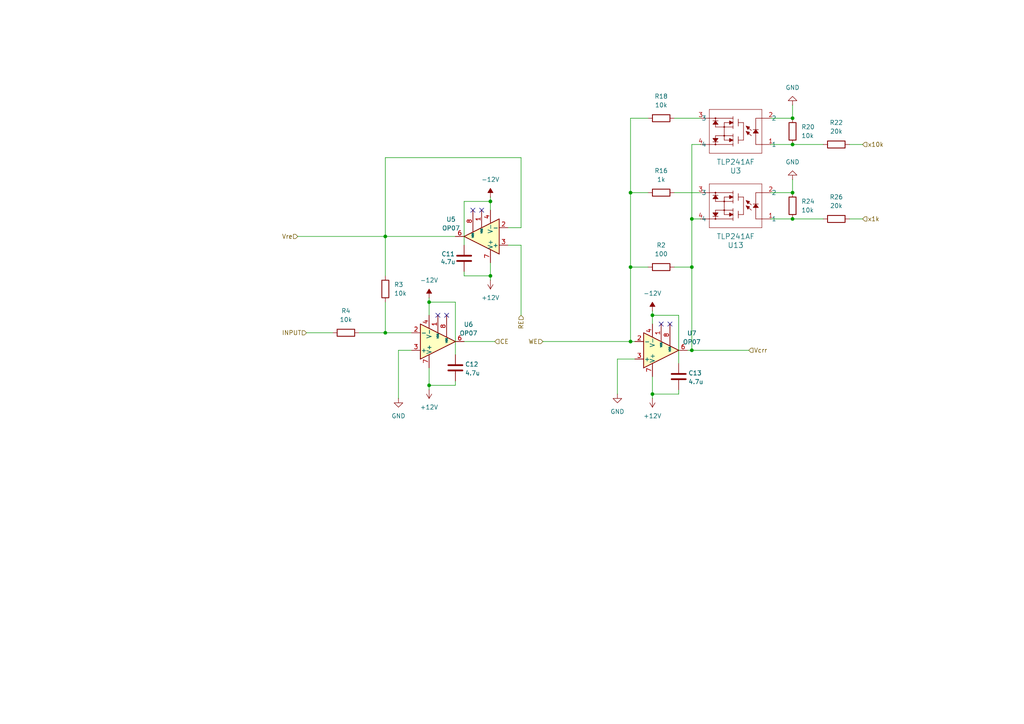
<source format=kicad_sch>
(kicad_sch (version 20250114) (generator "eeschema") (generator_version "9.0")
  (paper "A4")
  (lib_symbols
    (symbol "2025-06-01_06-39-10:TLP241AF" (pin_names (offset 0.254))
      (property "Reference" "U" (at 0 0 0))
      (property "Value" "TLP241AF" (at 0 0 0))
      (symbol "TLP241AF_0_1"
        (polyline (pts (xy -2.54 -2.54) (xy 0 -2.54)))
        (polyline (pts (xy -2.54 -10.16) (xy 0 -10.16)))
        (polyline (pts (xy 0 0) (xy 15.24 0)) (stroke (width 0.127)))
        (polyline (pts (xy 0 -12.7) (xy 0 0)) (stroke (width 0.127)))
        (polyline (pts (xy 1.016 -5.842) (xy 1.016 -5.842) (xy 2.54 -5.842) (xy 1.778 -6.858) (xy 1.016 -5.842)) (fill (type outline)))
        (polyline (pts (xy 1.016 -6.858) (xy 2.54 -6.858)))
        (polyline (pts (xy 1.778 -2.54) (xy 0 -2.54)))
        (polyline (pts (xy 1.778 -2.54) (xy 1.778 -5.842)))
        (polyline (pts (xy 1.778 -10.16) (xy 0 -10.16)))
        (polyline (pts (xy 1.778 -10.16) (xy 1.778 -6.858)))
        (polyline (pts (xy 4.572 -6.35) (xy 3.048 -5.08)))
        (polyline (pts (xy 4.572 -6.35) (xy 4.572 -6.35) (xy 4.064 -5.334) (xy 3.556 -6.096) (xy 4.572 -6.35)) (fill (type outline)))
        (polyline (pts (xy 4.572 -7.874) (xy 3.048 -6.604)))
        (polyline (pts (xy 4.572 -7.874) (xy 4.572 -7.874) (xy 4.064 -6.858) (xy 3.556 -7.62) (xy 4.572 -7.874)) (fill (type outline)))
        (polyline (pts (xy 5.334 -3.81) (xy 5.334 -8.89)))
        (polyline (pts (xy 6.858 -2.794) (xy 6.858 -4.826)))
        (polyline (pts (xy 6.858 -3.81) (xy 5.334 -3.81)))
        (polyline (pts (xy 6.858 -7.874) (xy 6.858 -9.906)))
        (polyline (pts (xy 6.858 -8.89) (xy 5.334 -8.89)))
        (polyline (pts (xy 8.382 -2.032) (xy 8.382 -3.048)))
        (polyline (pts (xy 8.382 -2.54) (xy 15.24 -2.54)))
        (polyline (pts (xy 8.382 -3.302) (xy 8.382 -4.318)))
        (polyline (pts (xy 8.382 -3.81) (xy 8.382 -3.81) (xy 9.398 -3.302) (xy 9.398 -4.318) (xy 8.382 -3.81)) (fill (type outline)))
        (polyline (pts (xy 8.382 -4.572) (xy 8.382 -5.588)))
        (polyline (pts (xy 8.382 -5.08) (xy 13.462 -5.08)))
        (polyline (pts (xy 8.382 -7.112) (xy 8.382 -8.128)))
        (polyline (pts (xy 8.382 -7.62) (xy 13.462 -7.62)))
        (polyline (pts (xy 8.382 -8.382) (xy 8.382 -9.398)))
        (polyline (pts (xy 8.382 -8.89) (xy 8.382 -8.89) (xy 9.398 -8.382) (xy 9.398 -9.398) (xy 8.382 -8.89)) (fill (type outline)))
        (polyline (pts (xy 8.382 -9.652) (xy 8.382 -10.668)))
        (polyline (pts (xy 8.382 -10.16) (xy 15.24 -10.16)))
        (polyline (pts (xy 9.398 -3.81) (xy 10.922 -3.81)))
        (polyline (pts (xy 9.398 -8.89) (xy 10.922 -8.89)))
        (polyline (pts (xy 10.922 -3.81) (xy 10.922 -8.89)))
        (circle (center 10.922 -5.08) (radius 0.127) (stroke (width 0.254)))
        (circle (center 10.922 -7.62) (radius 0.127) (stroke (width 0.254)))
        (polyline (pts (xy 12.7 -3.302) (xy 14.224 -3.302)))
        (polyline (pts (xy 12.7 -8.382) (xy 12.7 -8.382) (xy 14.224 -8.382) (xy 13.462 -9.398) (xy 12.7 -8.382)) (fill (type outline)))
        (polyline (pts (xy 12.7 -9.398) (xy 14.224 -9.398)))
        (polyline (pts (xy 13.462 -2.54) (xy 13.462 -3.302)))
        (circle (center 13.462 -2.54) (radius 0.127) (stroke (width 0.254)))
        (polyline (pts (xy 13.462 -3.302) (xy 13.462 -3.302) (xy 12.7 -4.318) (xy 14.224 -4.318) (xy 13.462 -3.302)) (fill (type outline)))
        (polyline (pts (xy 13.462 -4.318) (xy 13.462 -5.08)))
        (polyline (pts (xy 13.462 -7.62) (xy 13.462 -8.382)))
        (polyline (pts (xy 13.462 -9.398) (xy 13.462 -10.16)))
        (circle (center 13.462 -10.16) (radius 0.127) (stroke (width 0.254)))
        (polyline (pts (xy 15.24 0) (xy 15.24 -12.7)) (stroke (width 0.127)))
        (polyline (pts (xy 15.24 -12.7) (xy 0 -12.7)) (stroke (width 0.127)))
        (polyline (pts (xy 17.78 -2.54) (xy 15.24 -2.54)))
        (polyline (pts (xy 17.78 -10.16) (xy 15.24 -10.16)))
        (pin unspecified line (at -2.54 -2.54 180) (length 0.0254) (name "1") (number "1"))
        (pin unspecified line (at -2.54 -10.16 180) (length 0.0254) (name "2") (number "2"))
        (pin unspecified line (at 17.78 -2.54 180) (length 0.0254) (name "4") (number "4"))
        (pin unspecified line (at 17.78 -10.16 180) (length 0.0254) (name "3") (number "3"))
      )
    )
    (symbol "Amplifier_Operational:OP07" (pin_names (offset 0.127))
      (property "Reference" "U" (at 1.27 6.35 0))
      (property "Value" "OP07" (at 1.27 3.81 0))
      (symbol "OP07_0_1"
        (polyline (pts (xy -5.08 5.08) (xy 5.08 0) (xy -5.08 -5.08) (xy -5.08 5.08)) (stroke (width 0.254)) (fill (type background)))
      )
      (symbol "OP07_1_1"
        (pin input line (at -7.62 2.54 0) (length 2.54) (name "+") (number "3"))
        (pin input line (at -7.62 -2.54 0) (length 2.54) (name "-") (number "2"))
        (pin power_in line (at -2.54 7.62 270) (length 3.81) (name "V+") (number "7"))
        (pin power_in line (at -2.54 -7.62 90) (length 3.81) (name "V-") (number "4"))
        (pin no_connect line (at 0 2.54 270) (length 2.54) (hide yes) (name "NC") (number "5"))
        (pin input line (at 0 -7.62 90) (length 5.08) (name "VOS") (number "1"))
        (pin input line (at 2.54 -7.62 90) (length 6.35) (name "VOS") (number "8"))
        (pin output line (at 7.62 0 180) (length 2.54) (name "~") (number "6"))
      )
    )
    (symbol "Device:C" (pin_numbers (hide yes)) (pin_names (offset 0.254))
      (property "Reference" "C" (at 0.635 2.54 0))
      (property "Value" "C" (at 0.635 -2.54 0))
      (symbol "C_0_1"
        (polyline (pts (xy -2.032 0.762) (xy 2.032 0.762)) (stroke (width 0.508)))
        (polyline (pts (xy -2.032 -0.762) (xy 2.032 -0.762)) (stroke (width 0.508)))
      )
      (symbol "C_1_1"
        (pin passive line (at 0 3.81 270) (length 2.794) (name "~") (number "1"))
        (pin passive line (at 0 -3.81 90) (length 2.794) (name "~") (number "2"))
      )
    )
    (symbol "Device:R" (pin_numbers (hide yes)) (pin_names (offset 0))
      (property "Reference" "R" (at 2.032 0 90))
      (property "Value" "R" (at 0 0 90))
      (symbol "R_0_1"
        (rectangle (start -1.016 -2.54) (end 1.016 2.54) (stroke (width 0.254)))
      )
      (symbol "R_1_1"
        (pin passive line (at 0 3.81 270) (length 1.27) (name "~") (number "1"))
        (pin passive line (at 0 -3.81 90) (length 1.27) (name "~") (number "2"))
      )
    )
    (symbol "GND_1" (power) (pin_numbers (hide yes)) (pin_names (offset 0) (hide yes))
      (property "Value" "GND" (at 0 -3.81 0))
      (symbol "GND_1_0_1"
        (polyline (pts (xy 0 0) (xy 0 -1.27) (xy 1.27 -1.27) (xy 0 -2.54) (xy -1.27 -1.27) (xy 0 -1.27)))
      )
      (symbol "GND_1_1_1"
        (pin power_in line (at 0 0 270) (length 0) (name "~") (number "1"))
      )
    )
    (symbol "power:+12V" (power) (pin_numbers (hide yes)) (pin_names (offset 0) (hide yes))
      (property "Value" "+12V" (at 0 3.556 0))
      (symbol "+12V_0_1"
        (polyline (pts (xy -0.762 1.27) (xy 0 2.54)))
        (polyline (pts (xy 0 2.54) (xy 0.762 1.27)))
        (polyline (pts (xy 0 0) (xy 0 2.54)))
      )
      (symbol "+12V_1_1"
        (pin power_in line (at 0 0 90) (length 0) (name "~") (number "1"))
      )
    )
    (symbol "power:-12V" (power) (pin_numbers (hide yes)) (pin_names (offset 0) (hide yes))
      (property "Value" "-12V" (at 0 3.556 0))
      (symbol "-12V_0_0"
        (pin power_in line (at 0 0 90) (length 0) (name "~") (number "1"))
      )
      (symbol "-12V_0_1"
        (polyline (pts (xy 0 0) (xy 0 1.27) (xy 0.762 1.27) (xy 0 2.54) (xy -0.762 1.27) (xy 0 1.27)) (fill (type outline)))
      )
    )
    (symbol "power:GNDA" (power) (pin_numbers (hide yes)) (pin_names (offset 0) (hide yes))
      (property "Value" "GNDA" (at 0 -3.81 0))
      (symbol "GNDA_0_1"
        (polyline (pts (xy 0 0) (xy 0 -1.27) (xy 1.27 -1.27) (xy 0 -2.54) (xy -1.27 -1.27) (xy 0 -1.27)))
      )
      (symbol "GNDA_1_1"
        (pin power_in line (at 0 0 270) (length 0) (name "~") (number "1"))
      )
    )
  )
  (junction (at 229.87 55.88))
  (junction (at 124.46 87.63))
  (junction (at 229.87 34.29))
  (junction (at 200.66 63.5))
  (junction (at 111.76 68.58))
  (junction (at 200.66 77.47))
  (junction (at 189.23 114.3))
  (junction (at 200.66 101.6))
  (junction (at 229.87 41.91))
  (junction (at 111.76 96.52))
  (junction (at 189.23 91.44))
  (junction (at 182.88 77.47))
  (junction (at 142.24 80.01))
  (junction (at 182.88 55.88))
  (junction (at 142.24 58.42))
  (junction (at 124.46 111.76))
  (junction (at 229.87 63.5))
  (junction (at 182.88 99.06))
  (no_connect (at 139.7 60.96))
  (no_connect (at 191.77 93.98))
  (no_connect (at 137.16 60.96))
  (no_connect (at 129.54 91.44))
  (no_connect (at 127 91.44))
  (no_connect (at 194.31 93.98))
  (wire (pts (xy 182.88 77.47) (xy 187.96 77.47)))
  (wire (pts (xy 132.08 87.63) (xy 132.08 102.87)))
  (wire (pts (xy 246.38 63.5) (xy 250.19 63.5)))
  (wire (pts (xy 189.23 91.44) (xy 189.23 93.98)))
  (wire (pts (xy 111.76 80.01) (xy 111.76 68.58)))
  (wire (pts (xy 196.85 91.44) (xy 196.85 105.41)))
  (wire (pts (xy 189.23 114.3) (xy 189.23 109.22)))
  (wire (pts (xy 124.46 87.63) (xy 124.46 91.44)))
  (wire (pts (xy 189.23 90.17) (xy 189.23 91.44)))
  (wire (pts (xy 111.76 68.58) (xy 132.08 68.58)))
  (wire (pts (xy 229.87 30.48) (xy 229.87 34.29)))
  (wire (pts (xy 111.76 68.58) (xy 111.76 45.72)))
  (wire (pts (xy 223.52 55.88) (xy 229.87 55.88)))
  (wire (pts (xy 151.13 66.04) (xy 147.32 66.04)))
  (wire (pts (xy 200.66 77.47) (xy 200.66 101.6)))
  (wire (pts (xy 196.85 113.03) (xy 196.85 114.3)))
  (wire (pts (xy 200.66 41.91) (xy 200.66 63.5)))
  (wire (pts (xy 111.76 96.52) (xy 111.76 87.63)))
  (wire (pts (xy 182.88 34.29) (xy 182.88 55.88)))
  (wire (pts (xy 199.39 101.6) (xy 200.66 101.6)))
  (wire (pts (xy 189.23 115.57) (xy 189.23 114.3)))
  (wire (pts (xy 142.24 80.01) (xy 142.24 76.2)))
  (wire (pts (xy 223.52 63.5) (xy 229.87 63.5)))
  (wire (pts (xy 142.24 58.42) (xy 142.24 60.96)))
  (wire (pts (xy 229.87 52.07) (xy 229.87 55.88)))
  (wire (pts (xy 115.57 101.6) (xy 115.57 115.57)))
  (wire (pts (xy 142.24 58.42) (xy 134.62 58.42)))
  (wire (pts (xy 111.76 45.72) (xy 151.13 45.72)))
  (wire (pts (xy 182.88 55.88) (xy 187.96 55.88)))
  (wire (pts (xy 132.08 110.49) (xy 132.08 111.76)))
  (wire (pts (xy 134.62 99.06) (xy 143.51 99.06)))
  (wire (pts (xy 119.38 101.6) (xy 115.57 101.6)))
  (wire (pts (xy 182.88 55.88) (xy 182.88 77.47)))
  (wire (pts (xy 151.13 71.12) (xy 151.13 91.44)))
  (wire (pts (xy 179.07 104.14) (xy 179.07 114.3)))
  (wire (pts (xy 223.52 34.29) (xy 229.87 34.29)))
  (wire (pts (xy 182.88 77.47) (xy 182.88 99.06)))
  (wire (pts (xy 104.14 96.52) (xy 111.76 96.52)))
  (wire (pts (xy 111.76 96.52) (xy 119.38 96.52)))
  (wire (pts (xy 124.46 111.76) (xy 132.08 111.76)))
  (wire (pts (xy 86.36 68.58) (xy 111.76 68.58)))
  (wire (pts (xy 142.24 57.15) (xy 142.24 58.42)))
  (wire (pts (xy 189.23 91.44) (xy 196.85 91.44)))
  (wire (pts (xy 142.24 80.01) (xy 142.24 81.28)))
  (wire (pts (xy 151.13 45.72) (xy 151.13 66.04)))
  (wire (pts (xy 124.46 111.76) (xy 124.46 113.03)))
  (wire (pts (xy 229.87 63.5) (xy 238.76 63.5)))
  (wire (pts (xy 124.46 86.36) (xy 124.46 87.63)))
  (wire (pts (xy 182.88 99.06) (xy 184.15 99.06)))
  (wire (pts (xy 134.62 58.42) (xy 134.62 71.12)))
  (wire (pts (xy 124.46 111.76) (xy 124.46 106.68)))
  (wire (pts (xy 88.9 96.52) (xy 96.52 96.52)))
  (wire (pts (xy 229.87 41.91) (xy 238.76 41.91)))
  (wire (pts (xy 223.52 41.91) (xy 229.87 41.91)))
  (wire (pts (xy 200.66 101.6) (xy 217.17 101.6)))
  (wire (pts (xy 184.15 104.14) (xy 179.07 104.14)))
  (wire (pts (xy 195.58 77.47) (xy 200.66 77.47)))
  (wire (pts (xy 124.46 87.63) (xy 132.08 87.63)))
  (wire (pts (xy 187.96 34.29) (xy 182.88 34.29)))
  (wire (pts (xy 200.66 63.5) (xy 200.66 77.47)))
  (wire (pts (xy 157.48 99.06) (xy 182.88 99.06)))
  (wire (pts (xy 203.2 41.91) (xy 200.66 41.91)))
  (wire (pts (xy 246.38 41.91) (xy 250.19 41.91)))
  (wire (pts (xy 147.32 71.12) (xy 151.13 71.12)))
  (wire (pts (xy 134.62 78.74) (xy 134.62 80.01)))
  (wire (pts (xy 203.2 63.5) (xy 200.66 63.5)))
  (wire (pts (xy 196.85 114.3) (xy 189.23 114.3)))
  (wire (pts (xy 195.58 55.88) (xy 203.2 55.88)))
  (wire (pts (xy 134.62 80.01) (xy 142.24 80.01)))
  (wire (pts (xy 195.58 34.29) (xy 203.2 34.29)))
  (hierarchical_label "CE" (shape input) (at 143.51 99.06 0))
  (hierarchical_label "Vre" (shape input) (at 86.36 68.58 180))
  (hierarchical_label "INPUT" (shape input) (at 88.9 96.52 180))
  (hierarchical_label "Vcrr" (shape input) (at 217.17 101.6 0))
  (hierarchical_label "x10k" (shape input) (at 250.19 41.91 0))
  (hierarchical_label "RE" (shape input) (at 151.13 91.44 270))
  (hierarchical_label "x1k" (shape input) (at 250.19 63.5 0))
  (hierarchical_label "WE" (shape input) (at 157.48 99.06 180))
  (symbol (lib_name "GND_1") (lib_id "power:GND") (at 179.07 114.3 0) (unit 1)
    (property "Reference" "#PWR021" (effects (hide yes)))
    (property "Value" "GND" (at 179.07 119.38 0))
    (property "Description" "Power symbol creates a global label with name \"GND\" , ground" (effects (hide yes)))
    (instances (project "SMU" (path "" (reference "#PWR021") (unit 1)) (path "" (reference "#PWR034") (unit 1))))
  )
  (symbol (lib_name "GND_1") (lib_id "power:GND") (at 229.87 52.07 180) (unit 1)
    (property "Reference" "#PWR044" (effects (hide yes)))
    (property "Value" "GND" (at 229.87 46.99 0))
    (property "Description" "Power symbol creates a global label with name \"GND\" , ground" (effects (hide yes)))
    (instances (project "SMU" (path "" (reference "#PWR044") (unit 1)) (path "" (reference "#PWR045") (unit 1))))
  )
  (symbol (lib_id "power:+12V") (at 189.23 115.57 180) (unit 1)
    (property "Reference" "#PWR040" (effects (hide yes)))
    (property "Value" "+12V" (at 189.23 120.65 0))
    (property "Description" "Power symbol creates a global label with name \"+12V\"" (effects (hide yes)))
    (instances (project "SMU" (path "" (reference "#PWR040") (unit 1)) (path "" (reference "#PWR046") (unit 1))))
  )
  (symbol (lib_id "power:GNDA") (at 115.57 115.57 0) (unit 1)
    (property "Reference" "#PWR022" (effects (hide yes)))
    (property "Value" "GND" (at 115.57 120.65 0))
    (property "Description" "Power symbol creates a global label with name \"GNDA\" , analog ground" (effects (hide yes)))
    (instances (project "SMU" (path "" (reference "#PWR022") (unit 1)) (path "" (reference "#PWR035") (unit 1))))
  )
  (symbol (lib_id "power:-12V") (at 189.23 90.17 0) (unit 1)
    (property "Reference" "#PWR032" (effects (hide yes)))
    (property "Value" "-12V" (at 189.23 85.09 0))
    (property "Description" "Power symbol creates a global label with name \"-12V\"" (effects (hide yes)))
    (instances (project "SMU" (path "" (reference "#PWR032") (unit 1)) (path "" (reference "#PWR036") (unit 1))))
  )
  (symbol (lib_id "Amplifier_Operational:OP07") (at 191.77 101.6 0) (mirror x) (unit 1)
    (property "Reference" "U7" (at 200.66 96.6468 0))
    (property "Value" "OP07" (at 200.66 99.1868 0))
    (property "Footprint" "Package_DIP:DIP-8_W7.62mm" (effects (hide yes)))
    (property "Datasheet" "https://www.analog.com/media/en/technical-documentation/data-sheets/OP07.pdf" (effects (hide yes)))
    (property "Description" "Single Ultra-Low Offset Voltage Operational Amplifier, DIP-8/SOIC-8" (effects (hide yes)))
    (instances (project "SMU" (path "" (reference "U7") (unit 1)) (path "" (reference "U11") (unit 1))))
  )
  (symbol (lib_id "Amplifier_Operational:OP07") (at 139.7 68.58 180) (unit 1)
    (property "Reference" "U5" (at 130.81 63.6268 0))
    (property "Value" "OP07" (at 130.81 66.1668 0))
    (property "Footprint" "Package_DIP:DIP-8_W7.62mm" (effects (hide yes)))
    (property "Datasheet" "https://www.analog.com/media/en/technical-documentation/data-sheets/OP07.pdf" (effects (hide yes)))
    (property "Description" "Single Ultra-Low Offset Voltage Operational Amplifier, DIP-8/SOIC-8" (effects (hide yes)))
    (instances (project "" (path "" (reference "U5") (unit 1)) (path "" (reference "U9") (unit 1))))
  )
  (symbol (lib_id "Device:R") (at 111.76 83.82 0) (unit 1)
    (property "Reference" "R3" (at 114.3 82.55 0) (effects (justify left)))
    (property "Value" "10k" (at 114.3 85.09 0) (effects (justify left)))
    (property "Footprint" "Resistor_SMD:R_0603_1608Metric" (effects (hide yes)))
    (property "Sim.Device" "R" (effects (hide yes)))
    (property "Sim.Type" "=" (effects (hide yes)))
    (property "Sim.Params" "r=10k" (effects (hide yes)))
    (property "Sim.Pins" "1=+ 2=-" (effects (hide yes)))
    (instances (project "SMU" (path "" (reference "R3") (unit 1)) (path "" (reference "R10") (unit 1))))
  )
  (symbol (lib_id "Device:R") (at 100.33 96.52 90) (unit 1)
    (property "Reference" "R4" (at 100.33 90.17 90))
    (property "Value" "10k" (at 100.33 92.71 90))
    (property "Footprint" "Resistor_SMD:R_0603_1608Metric" (effects (hide yes)))
    (property "Sim.Device" "R" (effects (hide yes)))
    (property "Sim.Type" "=" (effects (hide yes)))
    (property "Sim.Params" "r=10k" (effects (hide yes)))
    (property "Sim.Pins" "1=+ 2=-" (effects (hide yes)))
    (instances (project "SMU" (path "" (reference "R4") (unit 1)) (path "" (reference "R11") (unit 1))))
  )
  (symbol (lib_name "GND_1") (lib_id "power:GND") (at 229.87 30.48 180) (unit 1)
    (property "Reference" "#PWR042" (effects (hide yes)))
    (property "Value" "GND" (at 229.87 25.4 0))
    (property "Description" "Power symbol creates a global label with name \"GND\" , ground" (effects (hide yes)))
    (instances (project "SMU" (path "" (reference "#PWR042") (unit 1)) (path "" (reference "#PWR043") (unit 1))))
  )
  (symbol (lib_id "power:-12V") (at 124.46 86.36 0) (unit 1)
    (property "Reference" "#PWR033" (effects (hide yes)))
    (property "Value" "-12V" (at 124.46 81.28 0))
    (property "Description" "Power symbol creates a global label with name \"-12V\"" (effects (hide yes)))
    (instances (project "SMU" (path "" (reference "#PWR033") (unit 1)) (path "" (reference "#PWR048") (unit 1))))
  )
  (symbol (lib_id "Device:R") (at 191.77 77.47 90) (unit 1)
    (property "Reference" "R2" (at 191.77 71.12 90))
    (property "Value" "100" (at 191.77 73.66 90))
    (property "Description" "Resistor" (effects (hide yes)))
    (instances (project "" (path "" (reference "R2") (unit 1)) (path "" (reference "R9") (unit 1))))
  )
  (symbol (lib_id "2025-06-01_06-39-10:TLP241AF") (at 220.98 44.45 180) (unit 1)
    (property "Reference" "U3" (at 213.3727 49.53 0) (effects (font (size 1.524 1.524))))
    (property "Value" "TLP241AF" (at 213.3727 46.99 0) (effects (font (size 1.524 1.524))))
    (property "Footprint" "DIP4_TOS" (effects (hide yes)))
    (property "Datasheet" "TLP241AF" (effects (hide yes)))
    (instances (project "" (path "" (reference "U3") (unit 1)) (path "" (reference "U4") (unit 1))))
  )
  (symbol (lib_id "Device:R") (at 191.77 34.29 90) (unit 1)
    (property "Reference" "R18" (at 191.77 27.94 90))
    (property "Value" "10k" (at 191.77 30.48 90))
    (property "Description" "Resistor" (effects (hide yes)))
    (instances (project "" (path "" (reference "R18") (unit 1)) (path "" (reference "R19") (unit 1))))
  )
  (symbol (lib_id "power:+12V") (at 124.46 113.03 180) (unit 1)
    (property "Reference" "#PWR047" (effects (hide yes)))
    (property "Value" "+12V" (at 124.46 118.11 0))
    (property "Description" "Power symbol creates a global label with name \"+12V\"" (effects (hide yes)))
    (instances (project "SMU" (path "" (reference "#PWR047") (unit 1)) (path "" (reference "#PWR049") (unit 1))))
  )
  (symbol (lib_id "power:-12V") (at 142.24 57.15 0) (unit 1)
    (property "Reference" "#PWR050" (effects (hide yes)))
    (property "Value" "-12V" (at 142.24 52.07 0))
    (property "Description" "Power symbol creates a global label with name \"-12V\"" (effects (hide yes)))
    (instances (project "SMU" (path "" (reference "#PWR050") (unit 1)) (path "" (reference "#PWR052") (unit 1))))
  )
  (symbol (lib_id "Device:R") (at 242.57 63.5 90) (unit 1)
    (property "Reference" "R26" (at 242.57 57.15 90))
    (property "Value" "20k" (at 242.57 59.69 90))
    (property "Description" "Resistor" (effects (hide yes)))
    (instances (project "" (path "" (reference "R26") (unit 1)) (path "" (reference "R27") (unit 1))))
  )
  (symbol (lib_id "Device:R") (at 229.87 59.69 0) (unit 1)
    (property "Reference" "R24" (at 232.41 58.4199 0) (effects (justify left)))
    (property "Value" "10k" (at 232.41 60.9599 0) (effects (justify left)))
    (property "Description" "Resistor" (effects (hide yes)))
    (instances (project "" (path "" (reference "R24") (unit 1)) (path "" (reference "R25") (unit 1))))
  )
  (symbol (lib_id "Device:R") (at 242.57 41.91 270) (unit 1)
    (property "Reference" "R22" (at 242.57 35.56 90))
    (property "Value" "20k" (at 242.57 38.1 90))
    (property "Description" "Resistor" (effects (hide yes)))
    (instances (project "" (path "" (reference "R22") (unit 1)) (path "" (reference "R23") (unit 1))))
  )
  (symbol (lib_id "Amplifier_Operational:OP07") (at 127 99.06 0) (mirror x) (unit 1)
    (property "Reference" "U6" (at 135.89 94.1068 0))
    (property "Value" "OP07" (at 135.89 96.6468 0))
    (property "Footprint" "Package_DIP:DIP-8_W7.62mm" (effects (hide yes)))
    (property "Datasheet" "https://www.analog.com/media/en/technical-documentation/data-sheets/OP07.pdf" (effects (hide yes)))
    (property "Description" "Single Ultra-Low Offset Voltage Operational Amplifier, DIP-8/SOIC-8" (effects (hide yes)))
    (instances (project "SMU" (path "" (reference "U6") (unit 1)) (path "" (reference "U10") (unit 1))))
  )
  (symbol (lib_id "Device:C") (at 134.62 74.93 180) (unit 1)
    (property "Reference" "C11" (at 128.016 73.66 0) (effects (justify right)))
    (property "Value" "4.7u" (at 127.762 75.946 0) (effects (justify right)))
    (property "Footprint" "Capacitor_SMD:C_1206_3216Metric" (effects (hide yes)))
    (property "Description" "Unpolarized capacitor" (effects (hide yes)))
    (property "Sim.Device" "C" (effects (hide yes)))
    (property "Sim.Type" "=" (effects (hide yes)))
    (property "Sim.Params" "c=0.1u" (effects (hide yes)))
    (property "Sim.Pins" "1=+ 2=-" (effects (hide yes)))
    (instances (project "SMU" (path "" (reference "C11") (unit 1)) (path "" (reference "C16") (unit 1))))
  )
  (symbol (lib_id "2025-06-01_06-39-10:TLP241AF") (at 220.98 66.04 180) (unit 1)
    (property "Reference" "U13" (at 213.3727 71.12 0) (effects (font (size 1.524 1.524))))
    (property "Value" "TLP241AF" (at 213.3727 68.58 0) (effects (font (size 1.524 1.524))))
    (property "Footprint" "DIP4_TOS" (effects (hide yes)))
    (property "Datasheet" "TLP241AF" (effects (hide yes)))
    (instances (project "" (path "" (reference "U13") (unit 1)) (path "" (reference "U14") (unit 1))))
  )
  (symbol (lib_id "Device:C") (at 196.85 109.22 180) (unit 1)
    (property "Reference" "C13" (at 199.644 108.204 0) (effects (justify right)))
    (property "Value" "4.7u" (at 199.644 110.744 0) (effects (justify right)))
    (property "Footprint" "Capacitor_SMD:C_1206_3216Metric" (effects (hide yes)))
    (property "Description" "Unpolarized capacitor" (effects (hide yes)))
    (property "Sim.Device" "C" (effects (hide yes)))
    (property "Sim.Type" "=" (effects (hide yes)))
    (property "Sim.Params" "c=0.1u" (effects (hide yes)))
    (property "Sim.Pins" "1=+ 2=-" (effects (hide yes)))
    (instances (project "SMU" (path "" (reference "C13") (unit 1)) (path "" (reference "C18") (unit 1))))
  )
  (symbol (lib_id "Device:R") (at 191.77 55.88 90) (unit 1)
    (property "Reference" "R16" (at 191.77 49.53 90))
    (property "Value" "1k" (at 191.77 52.07 90))
    (property "Description" "Resistor" (effects (hide yes)))
    (instances (project "" (path "" (reference "R16") (unit 1)) (path "" (reference "R17") (unit 1))))
  )
  (symbol (lib_id "Device:C") (at 132.08 106.68 180) (unit 1)
    (property "Reference" "C12" (at 134.874 105.664 0) (effects (justify right)))
    (property "Value" "4.7u" (at 134.874 108.204 0) (effects (justify right)))
    (property "Footprint" "Capacitor_SMD:C_1206_3216Metric" (effects (hide yes)))
    (property "Description" "Unpolarized capacitor" (effects (hide yes)))
    (property "Sim.Device" "C" (effects (hide yes)))
    (property "Sim.Type" "=" (effects (hide yes)))
    (property "Sim.Params" "c=0.1u" (effects (hide yes)))
    (property "Sim.Pins" "1=+ 2=-" (effects (hide yes)))
    (instances (project "SMU" (path "" (reference "C12") (unit 1)) (path "" (reference "C17") (unit 1))))
  )
  (symbol (lib_id "Device:R") (at 229.87 38.1 180) (unit 1)
    (property "Reference" "R20" (at 232.41 36.8299 0) (effects (justify right)))
    (property "Value" "10k" (at 232.41 39.3699 0) (effects (justify right)))
    (property "Description" "Resistor" (effects (hide yes)))
    (instances (project "" (path "" (reference "R20") (unit 1)) (path "" (reference "R21") (unit 1))))
  )
  (symbol (lib_id "power:+12V") (at 142.24 81.28 180) (unit 1)
    (property "Reference" "#PWR051" (effects (hide yes)))
    (property "Value" "+12V" (at 142.24 86.36 0))
    (property "Description" "Power symbol creates a global label with name \"+12V\"" (effects (hide yes)))
    (instances (project "SMU" (path "" (reference "#PWR051") (unit 1)) (path "" (reference "#PWR053") (unit 1))))
  )
)
</source>
